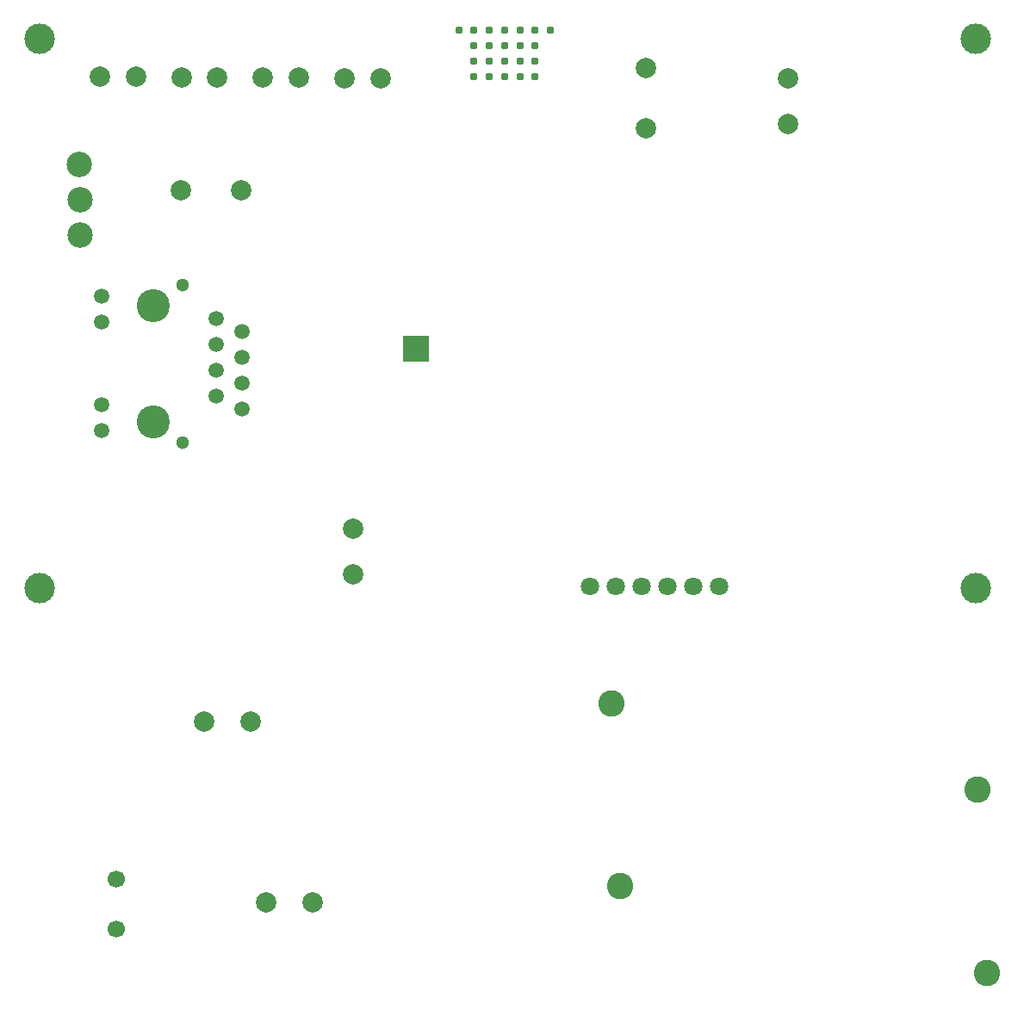
<source format=gbs>
G04 #@! TF.FileFunction,Soldermask,Bot*
%FSLAX46Y46*%
G04 Gerber Fmt 4.6, Leading zero omitted, Abs format (unit mm)*
G04 Created by KiCad (PCBNEW 4.0.2+e4-6225~38~ubuntu14.04.1-stable) date Sun 24 Jul 2016 05:02:12 PM PDT*
%MOMM*%
G01*
G04 APERTURE LIST*
%ADD10C,0.150000*%
%ADD11C,3.000000*%
%ADD12C,1.800000*%
%ADD13C,2.500000*%
%ADD14C,1.998980*%
%ADD15R,2.499360X2.499360*%
%ADD16C,0.780000*%
%ADD17C,2.000000*%
%ADD18C,1.500000*%
%ADD19C,3.250000*%
%ADD20C,1.300000*%
%ADD21C,1.700000*%
%ADD22C,2.600000*%
G04 APERTURE END LIST*
D10*
D11*
X90000000Y-113000000D03*
X90000000Y-59000000D03*
X182000000Y-113000000D03*
X182000000Y-59000000D03*
D12*
X154239680Y-112850000D03*
X156779680Y-112850000D03*
X144100000Y-112850000D03*
X146640000Y-112850000D03*
X151709840Y-112850000D03*
X149169840Y-112850000D03*
D13*
X93900000Y-71300000D03*
X94000000Y-78300000D03*
X94000000Y-74800000D03*
D14*
X120800000Y-107149240D03*
X120800000Y-111650120D03*
X163600000Y-67350760D03*
X163600000Y-62849880D03*
D15*
X127010000Y-89430000D03*
D16*
X140200000Y-58150000D03*
X131200000Y-58150000D03*
X138700000Y-62650000D03*
X138700000Y-61150000D03*
X138700000Y-59650000D03*
X138700000Y-58150000D03*
X135700000Y-62650000D03*
X135700000Y-61150000D03*
X135700000Y-59650000D03*
X135700000Y-58150000D03*
X137200000Y-58150000D03*
X137200000Y-59650000D03*
X137200000Y-61150000D03*
X137200000Y-62650000D03*
X134200000Y-62650000D03*
X134200000Y-61150000D03*
X134200000Y-59650000D03*
X134200000Y-58150000D03*
X132700000Y-58150000D03*
X132700000Y-59650000D03*
X132700000Y-61150000D03*
X132700000Y-62650000D03*
D17*
X103850000Y-73900000D03*
X109850000Y-73900000D03*
X149600000Y-67800000D03*
X149600000Y-61800000D03*
X95949940Y-62700000D03*
X99450060Y-62700000D03*
X103949940Y-62750000D03*
X107450060Y-62750000D03*
X111949940Y-62800000D03*
X115450060Y-62800000D03*
X119999940Y-62850000D03*
X123500060Y-62850000D03*
D18*
X96100000Y-84275000D03*
X96100000Y-86815000D03*
X96100000Y-94985000D03*
X96100000Y-97525000D03*
X107350000Y-86460000D03*
X107350000Y-91530000D03*
X107350000Y-89000000D03*
X107350000Y-94070000D03*
X109890000Y-87720000D03*
X109890000Y-92800000D03*
X109890000Y-90260000D03*
D19*
X101132080Y-96615000D03*
X101132080Y-85185000D03*
D20*
X104050000Y-83155000D03*
X104050000Y-98645000D03*
D18*
X109890000Y-95340000D03*
D14*
X112300200Y-143889800D03*
X116801080Y-143889800D03*
D21*
X97500000Y-146500000D03*
X97500000Y-141600000D03*
D14*
X106200200Y-126115280D03*
X110701080Y-126115280D03*
D22*
X147100000Y-142300000D03*
X183100000Y-150800000D03*
X146200000Y-124300000D03*
X182200000Y-132800000D03*
M02*

</source>
